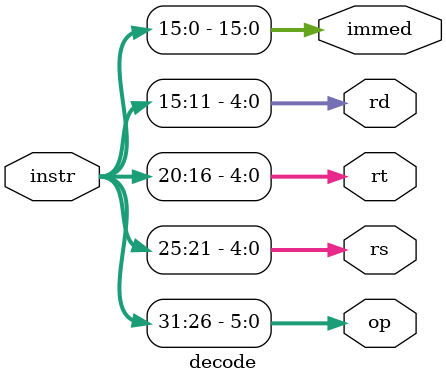
<source format=v>
module decode(instr, op, rs, rt, rd, immed);

input [31:0] instr;
output wire [5:0] op;
output wire [4:0] rs, rt, rd;
output wire [15:0] immed;

assign op = instr[31:26];
assign rs = instr[25:21];
assign rt = instr[20:16];
assign rd = instr[15:11];
assign immed = instr[15:0];

endmodule
</source>
